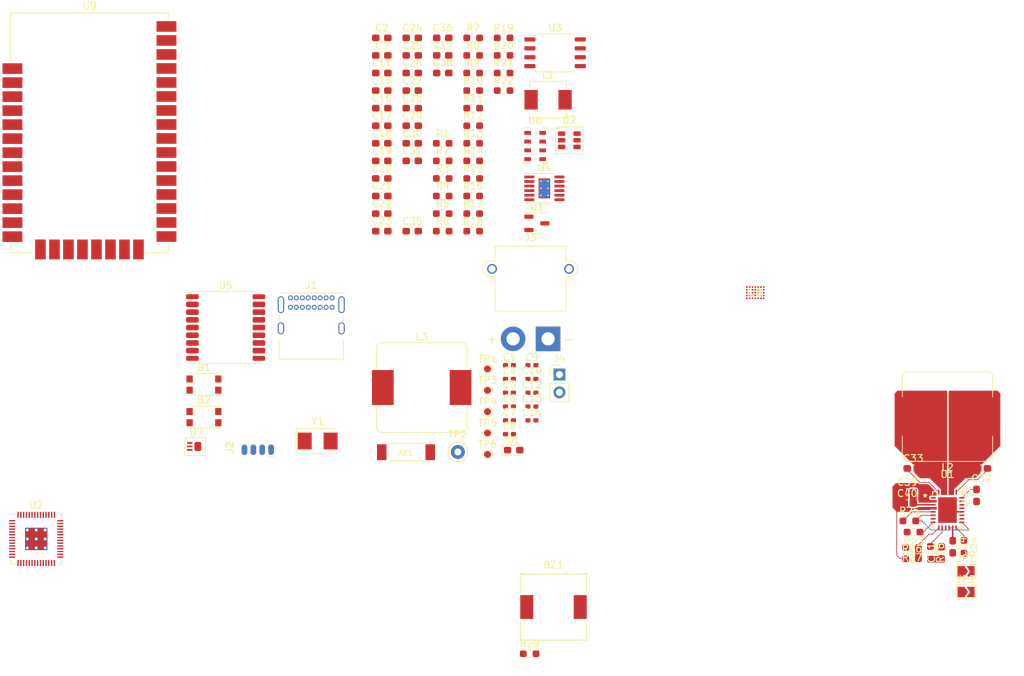
<source format=kicad_pcb>
(kicad_pcb (version 20221018) (generator pcbnew)
  (layers (0 "F.Cu" signal) (1 "In1.Cu" signal) (2 "In2.Cu" signal) (31 "B.Cu" signal) (34 "B.Paste" user) (35 "F.Paste" user) (36 "B.SilkS" user "B.Silkscreen") (37 "F.SilkS" user "F.Silkscreen") (38 "B.Mask" user) (39 "F.Mask" user) (44 "Edge.Cuts" user))
  (net 0 "")
  (net 1 "Net-(AE1-A)")
  (net 2 "GND")
  (net 3 "Net-(U2-RUN)")
  (net 4 "Net-(B2-Pad2)")
  (net 5 "+1V1")
  (net 6 "Net-(U2-XIN)")
  (net 7 "Net-(C3-Pad2)")
  (net 8 "+3V3")
  (net 9 "+BATT")
  (net 10 "+VDC")
  (net 11 "Net-(U8-BST1)")
  (net 12 "Net-(C22-Pad2)")
  (net 13 "Net-(C23-Pad1)")
  (net 14 "Net-(U8-BST2)")
  (net 15 "Net-(C24-Pad1)")
  (net 16 "Net-(U8-FB)")
  (net 17 "Net-(U8-SCL)")
  (net 18 "VBUS")
  (net 19 "Net-(U1-BST1)")
  (net 20 "Net-(C32-Pad2)")
  (net 21 "Net-(U1-BST2)")
  (net 22 "Net-(C33-Pad2)")
  (net 23 "Net-(U1-MPCC)")
  (net 24 "Net-(U1-BST3)")
  (net 25 "Net-(J4-Pin_1)")
  (net 26 "Net-(C41-Pad1)")
  (net 27 "Net-(D1-K)")
  (net 28 "Net-(D1-A)")
  (net 29 "/USB_D+")
  (net 30 "/USB_D-")
  (net 31 "Net-(D2-L2-Pad4)")
  (net 32 "Net-(D2-L1-Pad6)")
  (net 33 "Net-(J1-CC1)")
  (net 35 "Net-(J1-CC2)")
  (net 37 "Net-(J2-Pin_2)")
  (net 38 "Net-(J2-Pin_3)")
  (net 43 "Net-(JP1-B)")
  (net 44 "/D1")
  (net 45 "Net-(U2-XOUT)")
  (net 46 "Net-(U4-ADJ)")
  (net 47 "Net-(U2-USB_DP)")
  (net 48 "Net-(U2-USB_DM)")
  (net 49 "/QSPI_SS")
  (net 50 "Net-(U7-IN+)")
  (net 51 "/SCL")
  (net 52 "/SDA")
  (net 53 "/LVC")
  (net 54 "Net-(U8-SEL)")
  (net 55 "/GPS_RX")
  (net 56 "Net-(U5-RXD)")
  (net 57 "/GPS_TX")
  (net 58 "Net-(U5-TXD)")
  (net 59 "Net-(U1-PROG)")
  (net 60 "Net-(U1-RT)")
  (net 61 "Net-(U1-ISN)")
  (net 62 "Net-(U1-FB)")
  (net 63 "Net-(U1-VC)")
  (net 77 "/SPI0_MISO")
  (net 78 "/SD_CS")
  (net 79 "/SPI0_SCK")
  (net 80 "/SPI0_MOSI")
  (net 91 "/QSPI_SD3")
  (net 92 "/QSPI_SCLK")
  (net 93 "/QSPI_SD0")
  (net 94 "/QSPI_SD2")
  (net 95 "/QSPI_SD1")
  (net 111 "/XBEE_TX")
  (net 112 "/XBEE_RX")
  (net 118 "/XBEE_DTR")
  (net 134 "/XBEE_RTS")
  (net 142 "Net-(BZ1--)")
  (net 143 "Net-(U2-GPIO10)")
  (footprint "Capacitor_SMD:C_0603_1608Metric_Pad1.08x0.95mm_HandSolder" (layer "F.Cu") (at 88.855 26.43)
    (fp_text reference "C38")
    (fp_text value "22nF")
  )
  (footprint "Terminator_Lib:L_Bourns_SRP1265A" (layer "F.Cu") (at 85.855 71.35)
    (fp_text reference "L3")
    (fp_text value "3.3uH")
  )
  (footprint "Connector_AMASS:AMASS_XT30PW-M_1x02_P2.50mm_Horizontal" (layer "F.Cu") (at 103.905 64.4)
    (fp_text reference "J3")
    (fp_text value "XT30")
  )
  (footprint "Capacitor_SMD:C_0402_1005Metric_Pad0.74x0.62mm_HandSolder" (layer "F.Cu") (at 98.385 78.01)
    (fp_text reference "C8")
    (fp_text value "100nF")
  )
  (footprint "Capacitor_SMD:C_0603_1608Metric_Pad1.08x0.95mm_HandSolder" (layer "F.Cu") (at 84.505 26.43)
    (fp_text reference "C26")
    (fp_text value "470nF")
  )
  (footprint "Capacitor_SMD:C_0603_1608Metric_Pad1.08x0.95mm_HandSolder" (layer "F.Cu") (at 165.8 82.9 180)
    (fp_text reference "C32")
    (fp_text value "220nF")
  )
  (footprint "Resistor_SMD:R_0603_1608Metric_Pad0.98x0.95mm_HandSolder" (layer "F.Cu") (at 163.3 94.1 -90)
    (fp_text reference "R24")
    (fp_text value "75k")
  )
  (footprint "Resistor_SMD:R_0603_1608Metric_Pad0.98x0.95mm_HandSolder" (layer "F.Cu") (at 93.205 31.45)
    (fp_text reference "R11")
    (fp_text value "10k")
  )
  (footprint "Resistor_SMD:R_0603_1608Metric_Pad0.98x0.95mm_HandSolder" (layer "F.Cu") (at 93.205 41.49)
    (fp_text reference "R15")
    (fp_text value "5.1k")
  )
  (footprint "Resistor_SMD:R_0603_1608Metric_Pad0.98x0.95mm_HandSolder" (layer "F.Cu") (at 93.205 46.51)
    (fp_text reference "R17")
    (fp_text value "16.9k")
  )
  (footprint "Terminator_Lib:LQFN28_Rev0_ADI-M" (layer "F.Cu") (at 160.95 88.85)
    (fp_text reference "U1")
    (fp_text value "LT3120JV-PBF")
  )
  (footprint "Resistor_SMD:R_0603_1608Metric_Pad0.98x0.95mm_HandSolder" (layer "F.Cu") (at 155.8875 94.2 180)
    (fp_text reference "R27")
    (fp_text value "154k")
  )
  (footprint "Resistor_SMD:R_0603_1608Metric_Pad0.98x0.95mm_HandSolder" (layer "F.Cu") (at 97.555 28.94)
    (fp_text reference "R22")
    (fp_text value "33")
  )
  (footprint "Capacitor_SMD:C_0603_1608Metric_Pad1.08x0.95mm_HandSolder" (layer "F.Cu") (at 80.155 28.94)
    (fp_text reference "C15")
    (fp_text value "10uF")
  )
  (footprint "Resistor_SMD:R_0603_1608Metric_Pad0.98x0.95mm_HandSolder" (layer "F.Cu") (at 93.205 28.94)
    (fp_text reference "R10")
    (fp_text value "154k")
  )
  (footprint "Package_SO:MSOP-12-1EP_3x4mm_P0.65mm_EP1.65x2.85mm_ThermalVias" (layer "F.Cu") (at 103.375 42.9)
    (fp_text reference "U4")
    (fp_text value "LTC4419")
  )
  (footprint "Package_TO_SOT_SMD:SOT-23-3" (layer "F.Cu") (at 102.305 47.9)
    (fp_text reference "Q1")
    (fp_text value "IRLML0060TRPBF")
  )
  (footprint "Resistor_SMD:R_0603_1608Metric_Pad0.98x0.95mm_HandSolder" (layer "F.Cu") (at 101.2723 109.3774)
    (fp_text reference "R29")
    (fp_text value "100")
  )
  (footprint "Resistor_SMD:R_0603_1608Metric_Pad0.98x0.95mm_HandSolder" (layer "F.Cu") (at 155.8875 95.8)
    (fp_text reference "R26")
    (fp_text value "154k")
  )
  (footprint "Capacitor_SMD:C_0603_1608Metric_Pad1.08x0.95mm_HandSolder" (layer "F.Cu") (at 80.155 41.49)
    (fp_text reference "C20")
    (fp_text value "10uF")
  )
  (footprint "Diode_SMD:D_0603_1608Metric_Pad1.05x0.95mm_HandSolder" (layer "F.Cu") (at 99 80.29)
    (fp_text reference "D1")
    (fp_text value "LED")
  )
  (footprint "Capacitor_SMD:C_0603_1608Metric_Pad1.08x0.95mm_HandSolder" (layer "F.Cu") (at 88.855 21.41)
    (fp_text reference "C36")
    (fp_text value "47pF")
  )
  (footprint "Capacitor_SMD:C_0603_1608Metric_Pad1.08x0.95mm_HandSolder" (layer "F.Cu") (at 165.1 86.7625 90)
    (fp_text reference "C42")
    (fp_text value "10uF")
  )
  (footprint "Capacitor_SMD:C_0402_1005Metric_Pad0.74x0.62mm_HandSolder" (layer "F.Cu") (at 101.595 76.04)
    (fp_text reference "C14")
    (fp_text value "100nF")
  )
  (footprint "Capacitor_SMD:C_0603_1608Metric_Pad1.08x0.95mm_HandSolder" (layer "F.Cu") (at 84.505 33.96)
    (fp_text reference "C29")
    (fp_text value "15uF")
  )
  (footprint "Resistor_SMD:R_0603_1608Metric_Pad0.98x0.95mm_HandSolder" (layer "F.Cu") (at 93.205 38.98)
    (fp_text reference "R14")
    (fp_text value "5.1k")
  )
  (footprint "Capacitor_SMD:C_0603_1608Metric_Pad1.08x0.95mm_HandSolder" (layer "F.Cu") (at 84.505 49.02)
    (fp_text reference "C35")
    (fp_text value "100nF")
  )
  (footprint "TestPoint:TestPoint_Pad_D1.0mm" (layer "F.Cu") (at 95.255 77.85)
    (fp_text reference "TP5")
    (fp_text value "TestPoint")
  )
  (footprint "Capacitor_SMD:C_0402_1005Metric_Pad0.74x0.62mm_HandSolder" (layer "F.Cu") (at 101.595 74.07)
    (fp_text reference "C13")
    (fp_text value "100nF")
  )
  (footprint "Capacitor_SMD:C_0603_1608Metric_Pad1.08x0.95mm_HandSolder" (layer "F.Cu") (at 88.855 23.92)
    (fp_text reference "C37")
    (fp_text value "8.2pF")
  )
  (footprint "Resistor_SMD:R_0603_1608Metric_Pad0.98x0.95mm_HandSolder" (layer "F.Cu") (at 88.855 44)
    (fp_text reference "R4")
    (fp_text value "715k")
  )
  (footprint "RF_Module:Digi_XBee_SMT" (layer "F.Cu") (at 38.4 35.7)
    (fp_text reference "U9")
    (fp_text value "XBee_SMT")
  )
  (footprint "Resistor_SMD:R_0603_1608Metric_Pad0.98x0.95mm_HandSolder" (layer "F.Cu") (at 88.855 49.02)
    (fp_text reference "R6")
    (fp_text value "27")
  )
  (footprint "Capacitor_SMD:C_0402_1005Metric_Pad0.74x0.62mm_HandSolder" (layer "F.Cu") (at 98.385 76.04)
    (fp_text reference "C7")
    (fp_text value "100nF")
  )
  (footprint "Inductor_SMD:L_Vishay_IHLP-2020" (layer "F.Cu") (at 103.905 30.25)
    (fp_text reference "L1")
    (fp_text value "1.5uH")
  )
  (footprint "TestPoint:TestPoint_Keystone_5000-5004_Miniature" (layer "F.Cu") (at 91.015 80.55)
    (fp_text reference "TP2")
    (fp_text value "TestPoint")
  )
  (footprint "Jumper:SolderJumper-2_P1.3mm_Open_TrianglePad1.0x1.5mm" (layer "F.Cu") (at 163.6 100.55)
    (fp_text reference "JP2")
    (fp_text value "SolderJumper_2_Open")
  )
  (footprint "Capacitor_SMD:C_0402_1005Metric_Pad0.74x0.62mm_HandSolder" (layer "F.Cu") (at 98.385 72.1)
    (fp_text reference "C5")
    (fp_text value "1uF")
  )
  (footprint "Button_Switch_SMD:SW_Push_1P1T_NO_CK_KMR2" (layer "F.Cu") (at 54.755 75.58)
    (fp_text reference "B2")
    (fp_text value "KMR2")
  )
  (footprint "Capacitor_SMD:C_0402_1005Metric_Pad0.74x0.62mm_HandSolder" (layer "F.Cu") (at 101.595 68.16)
    (fp_text reference "C9")
    (fp_text value "100nF")
  )
  (footprint "Capacitor_SMD:C_0603_1608Metric_Pad1.08x0.95mm_HandSolder" (layer "F.Cu") (at 80.155 38.98)
    (fp_text reference "C19")
    (fp_text value "10uF")
  )
  (footprint "Terminator_Lib:SOIC_clipProgSmall" (layer "F.Cu") (at 62.44 80.985)
    (fp_text reference "J2")
    (fp_text value "SOICbite")
  )
  (footprint "Terminator_Lib:MAX77857-35WLP" (layer "F.Cu") (at 133.5 57.8)
    (fp_text reference "U8")
    (fp_text value "MAX77857")
  )
  (footprint "Capacitor_SMD:C_0402_1005Metric_Pad0.74x0.62mm_HandSolder" (layer "F.Cu") (at 101.595 70.13)
    (fp_text reference "C10")
    (fp_text value "100nF")
  )
  (footprint "Resistor_SMD:R_0603_1608Metric_Pad0.98x0.95mm_HandSolder" (layer "F.Cu") (at 93.205 23.92)
    (fp_text reference "R8")
    (fp_text value "1k")
  )
  (footprint "Capacitor_SMD:C_0603_1608Metric_Pad1.08x0.95mm_HandSolder" (layer "F.Cu") (at 80.155 44)
    (fp_text reference "C21")
    (fp_text value "100nF")
  )
  (footprint "Resistor_SMD:R_0603_1608Metric_Pad0.98x0.95mm_HandSolder" (layer "F.Cu") (at 97.555 23.92)
    (fp_text reference "R20")
    (fp_text value "100m")
  )
  (footprint "Resistor_SMD:R_0603_1608Metric_Pad0.98x0.95mm_HandSolder" (layer "F.Cu") (at 88.855 46.51)
    (fp_text reference "R5")
    (fp_text value "27")
  )
  (footprint "Capacitor_SMD:C_0603_1608Metric_Pad1.08x0.95mm_HandSolder" (layer "F.Cu") (at 80.155 21.41)
    (fp_text reference "C2")
    (fp_text value "22pF")
  )
  (footprint "Capacitor_SMD:C_0603_1608Metric_Pad1.08x0.95mm_HandSolder" (layer "F.Cu") (at 84.505 36.47)
    (fp_text reference "C30")
    (fp_text value "10uF")
  )
  (footprint "Capacitor_SMD:C_0603_1608Metric_Pad1.08x0.95mm_HandSolder" (layer "F.Cu") (at 84.505 28.94)
    (fp_text reference "C27")
    (fp_text value "10uF")
  )
  (footprint "Package_SO:SOIC-8_5.23x5.23mm_P1.27mm" (layer "F.Cu") (at 104.905 23.54)
    (fp_text reference "U3")
    (fp_text value "W25Q128JVS")
  )
  (footprint "Capacitor_SMD:C_0603_1608Metric_Pad1.08x0.95mm_HandSolder" (layer "F.Cu") (at 161.7 94.1 -90)
    (fp_text reference "C34")
    (fp_text value "4.7uF")
  )
  (footprint "Terminator_Lib:RP2040-QFN-56" (layer "F.Cu") (at 30.8 92.975)
    (fp_text reference "U2")
    (fp_text value "RP2040")
  )
  (footprint "Capacitor_SMD:C_0603_1608Metric_Pad1.08x0.95mm_HandSolder" (layer "F.Cu") (at 80.155 49.02)
    (fp_text reference "C23")
    (fp_text value "220nF")
  )
  (footprint "Package_LGA:LGA-8_3x5mm_P1.25mm" (layer "F.Cu") (at 102.055 36.85)
    (fp_text reference "U6")
    (fp_text value "MS5607-02BA")
  )
  (footprint "Resistor_SMD:R_0603_1608Metric_Pad0.98x0.95mm_HandSolder" (layer "F.Cu") (at 93.205 36.47)
    (fp_text reference "R13")
    (fp_text value "10k")
  )
  (footprint "Capacitor_SMD:C_0603_1608Metric_Pad1.08x0.95mm_HandSolder" (layer "F.Cu") (at 80.155 31.45)
    (fp_text reference "C16")
    (fp_text value "100nF")
  )
  (footprint "Capacitor_SMD:C_0603_1608Metric_Pad1.08x0.95mm_HandSolder" (layer "F.Cu") (at 84.505 21.41)
    (fp_text reference "C24")
    (fp_text value "10pF")
  )
  (footprint "Connector_PinHeader_2.54mm:PinHeader_1x02_P2.54mm_Vertical" (layer "F.Cu") (at 105.525 69.5)
    (fp_text reference "J4")
    (fp_text value "Nichrome")
  )
  (footprint "Resistor_SMD:R_0603_1608Metric_Pad0.98x0.95mm_HandSolder" (layer "F.Cu") (at 93.205 49.02)
    (fp_text reference "R18")
    (fp_text value "178k")
  )
  (footprint "Capacitor_SMD:C_0603_1608Metric_Pad1.08x0.95mm_HandSolder" (layer "F.Cu") (at 155.2 87.9)
    (fp_text reference "C40")
    (fp_text value "22uF")
  )
  (footprint "Resistor_SMD:R_0603_1608Metric_Pad0.98x0.95mm_HandSolder" (layer "F.Cu") (at 97.555 26.43)
    (fp_text reference "R21")
    (fp_text value "33")
  )
  (footprint "Capacitor_SMD:C_0603_1608Metric_Pad1.08x0.95mm_HandSolder" (layer "F.Cu") (at 80.155 36.47)
    (fp_text reference "C18")
    (fp_text value "10uF")
  )
  (footprint "Button_Switch_SMD:SW_Push_1P1T_NO_CK_KMR2" (layer "F.Cu") (at 54.755 70.93)
    (fp_text reference "B1")
    (fp_text value "KMR2")
  )
  (footprint "Capacitor_SMD:C_0603_1608Metric_Pad1.08x0.95mm_HandSolder" (layer "F.Cu") (at 155.2 86.3)
    (fp_text reference "C39")
    (fp_text value "22uF")
  )
  (footprint "Capacitor_SMD:C_0603_1608Metric_Pad1.08x0.95mm_HandSolder" (layer "F.Cu") (at 84.505 31.45)
    (fp_text reference "C28")
    (fp_text value "10uF")
  )
  (footprint "Capacitor_SMD:C_0603_1608Metric_Pad1.08x0.95mm_HandSolder" (layer "F.Cu") (at 160.1 94.9625 90)
    (fp_text reference "C41")
    (fp_text value "680p")
  )
  (footprint "Capacitor_SMD:C_0603_1608Metric_Pad1.08x0.95mm_HandSolder" (layer "F.Cu") (at 80.155 23.92)
    (fp_text reference "C3")
    (fp_text value "22pF")
  )
  (footprint "Capacitor_SMD:C_0402_1005Metric_Pad0.74x0.62mm_HandSolder" (layer "F.Cu") (at 98.385 68.16)
    (fp_text reference "C1")
    (fp_text value "100nF")
  )
  (footprint "Resistor_SMD:R_0603_1608Metric_Pad0.98x0.95mm_HandSolder" (layer "F.Cu") (at 88.855 41.49)
    (fp_text reference "R3")
    (fp_text value "1M")
  )
  (footprint "Resistor_SMD:R_0603_1608Metric_Pad0.98x0.95mm_HandSolder" (layer "F.Cu") (at 93.205 21.41)
    (fp_text reference "R7")
    (fp_text value "590")
  )
  (footprint "Resistor_SMD:R_0603_1608Metric_Pad0.98x0.95mm_HandSolder" (layer "F.Cu") (at 93.205 26.43)
    (fp_text reference "R9")
    (fp_text value "1.05M")
  )
  (footprint "Capacitor_SMD:C_0603_1608Metric_Pad1.08x0.95mm_HandSolder" (layer "F.Cu") (at 156.0625 82.9)
    (fp_text reference "C33")
    (fp_text value "220nF")
  )
  (footprint "Jumper:SolderJumper-2_P1.3mm_Open_TrianglePad1.0x1.5mm" (layer "F.Cu") (at 163.6 97.6)
    (fp_text reference "JP1")
    (fp_text value "SolderJumper_2_Open")
  )
  (footprint "PCM_Package_DFN_QFN_AKL:DFN-3-1EP-2x2mm_P0.5mm_EP1x1.35mm" (layer "F.Cu") (at 53.69 79.765)
    (fp_text reference "U7")
    (fp_text value "LT6703CDC-3" hide)
  )
  (footprint "Capacitor_SMD:C_0603_1608Metric_Pad1.08x0.95mm_HandSolder" (layer "F.Cu") (at 80.155 26.43)
    (fp_text reference "C11")
    (fp_text value "2.2uF")
  )
  (footprint "Terminator_Lib:PKMCS0909E4000-R1_MUR" (layer "F.Cu") (at 104.6773 102.7)
    (fp_text reference "BZ1")
    (fp_text value "Buzzer")
  )
  (footprint "Resistor_SMD:R_0603_1608Metric_Pad0.98x0.95mm_HandSolder" (layer "F.Cu") (at 155.5 90.4)
    (fp_text reference "R25")
    (fp_text value "5m")
  )
  (footprint "TestPoint:TestPoint_Pad_D1.0mm" (layer "F.Cu") (at 95.255 80.9)
    (fp_text reference "TP6")
    (fp_text value "TestPoint")
  )
  (footprint "Resistor_SMD:R_0603_1608Metric_Pad0.98x0.95mm_HandSolder" (layer "F.Cu") (at 156.1 92 180)
    (fp_text reference "R23")
    (fp_text value "81.1k")
  )
  (footprint "TestPoint:TestPoint_Pad_D1.0mm" (layer "F.Cu") (at 95.255 71.75)
    (fp_text reference "TP3")
    (fp_text value "TestPoint")
  )
  (footprint "Connector_USB:USB_C_Receptacle_GCT_USB4085" (layer "F.Cu") (at 67.105 58.54)
    (fp_text reference "J1")
    (fp_text value "USB_C_Receptacle_USB2.0")
  )
  (footprint "Terminator_Lib:L_Bourns_SRP1265A" (layer "F.Cu") (at 160.95 75.5 180)
    (fp_text reference "L2")
    (fp_text value "3.3uH")
  )
  (footprint "Capacitor_SMD:C_0603_1608Metric_Pad1.08x0.95mm_HandSolder" (layer "F.Cu") (at 84.505 23.92)
    (fp_text reference "C25")
    (fp_text value "2.2uF")
  )
  (footprint "Resistor_SMD:R_0603_1608Metric_Pad0.98x0.95mm_HandSolder" (layer "F.Cu") (at 158.5 94.9625 -90)
    (fp_text reference "R28")
    (fp_text value "56.2k")
  )
  (footprint "Capacitor_SMD:C_0402_1005Metric_Pad0.74x0.62mm_HandSolder" (layer "F.Cu") (at 98.385 74.07)
    (fp_text reference "C6")
    (fp_text value "1uF")
  )
  (footprint "Resistor_SMD:R_0603_1608Metric_Pad0.98x0.95mm_HandSolder" (layer "F.Cu") (at 97.555 21.41)
    (fp_text reference "R19")
    (fp_text value "20k")
  )
  (footprint "Resistor_SMD:R_0603_1608Metric_Pad0.98x0.95mm_HandSolder" (layer "F.Cu") (at 93.205 44)
    (fp_text reference "R16")
    (fp_text value "510k")
  )
  (footprint "Capacitor_SMD:C_0603_1608Metric_Pad1.08x0.95mm_HandSolder" (layer "F.Cu") (at 80.155 46.51)
    (fp_text reference "C22")
    (fp_text value "220nF")
  )
  (footprint "Resistor_SMD:R_0603_1608Metric_Pad0.98x0.95mm_HandSolder" (layer "F.Cu") (at 88.855 36.47)
    (fp_text reference "R1")
    (fp_text value "DNP")
  )
  (footprint "RF_GPS:ublox_MAX" (layer "F.Cu") (at 57.855 62.78)
    (fp_text reference "U5")
    (fp_text value "MAX-M10S")
  )
  (footprint "Capacitor_SMD:C_0402_1005Metric_Pad0.74x0.62mm_HandSolder" (layer "F.Cu") (at 101.595 72.1)
    (fp_text reference "C12")
    (fp_text value "100nF")
  )
  (footprint "Terminator_Lib:ANT_1575AT_JOT-M" (layer "F.Cu") (at 83.613499 80.5891)
    (fp_text reference "AE1")
    (fp_text value "Antenna")
  )
  (footprint "Crystal:Crystal_SMD_5032-2Pin_5.0x3.2mm" (layer "F.Cu") (at 70.995 78.99)
    (fp_text reference "Y1")
    (fp_text value "445I23D12M00000")
  )
  (footprint "Capacitor_SMD:C_0402_1005Metric_Pad0.74x0.62mm_HandSolder" (layer "F.Cu") (at 98.385 70.13)
    (fp_text reference "C4")
    (fp_text value "100nF")
  )
  (footprint "Capacitor_SMD:C_0603_1608Metric_Pad1.08x0.95mm_HandSolder" (layer "F.Cu") (at 80.155 33.96)
    (fp_text reference "C17")
    (fp_text value "1uF")
  )
  (footprint "Capacitor_SMD:C_0603_1608Metric_Pad1.08x0.95mm_HandSolder" (layer "F.Cu") (at 84.505 38.98)
    (fp_text reference "C31")
    (fp_text value "2.2uF")
  )
  (footprint "PCM_Package_TO_SOT_SMD_AKL:SOT-23-6" (layer "F.Cu") (at 106.94 36.035)
    (fp_text reference "D2")
    (fp_text value "USBLC6-2SC6" hide)
  )
  (footprint "Resistor_SMD:R_0603_1608Metric_Pad0.98x0.95mm_HandSolder" (layer "F.Cu") (at 93.205 33.96)
    (fp_text reference "R12")
    (fp_text value "10k")
  )
  (footprint "Resistor_SMD:R_0603_1608Metric_Pad0.98x0.95mm_HandSolder" (layer "F.Cu") (at 88.855 38.98)
    (fp_text reference "R2")
    (fp_text value "10k")
  )
  (footprint "TestPoint:TestPoint_Pad_D1.0mm" (layer "F.Cu") (at 95.255 68.7)
    (fp_text reference "TP1")
    (fp_text value "TestPoint")
  )
  (footprint "TestPoint:TestPoint_Pad_D1.0mm" (layer "F.Cu") (at 95.255 74.8)
    (fp_text reference "TP4")
    (fp_text value "TestPoint")
  )
  (segment (start 162.999998 89.1) (end 161.2 89.1) (width 0.2) (layer "F.Cu") (net 2))
  (segment (start 158.900002 88.099999) (end 156.262499 88.099999) (width 0.2) (layer "F.Cu") (net 2))
  (segment (start 162.999998 87.100001) (end 164.199999 85.9) (width 0.1) (layer "F.Cu") (net 2))
  (segment (start 156.262499 88.099999) (end 156.0625 87.9) (width 0.2) (layer "F.Cu") (net 2))
  (segment (start 164.199999 85.9) (end 165.1 85.9) (width 0.1) (layer "F.Cu") (net 2))
  (segment (start 156.0625 87.9) (end 156.0625 86.3) (width 1) (layer "F.Cu") (net 2))
  (segment (start 161.2 89.1) (end 160.95 88.85) (width 0.1) (layer "F.Cu") (net 2))
  (segment (start 158.900002 89.1) (end 155.8875 89.1) (width 0.1) (layer "F.Cu") (net 9))
  (segment (start 155.8875 89.1) (end 154.5875 90.4) (width 0.1) (layer "F.Cu") (net 9))
  (segment (start 165.3 84.5) (end 164 84.5) (width 0.1) (layer "F.Cu") (net 19))
  (segment (start 166.6625 82.9) (end 166.6625 83.0625) (width 0.1) (layer "F.Cu") (net 19))
  (segment (start 166.7 83.1) (end 165.3 84.5) (width 0.1) (layer "F.Cu") (net 19))
  (segment (start 166.6625 83.0625) (end 166.7 83.1) (width 0.1) (layer "F.Cu") (net 19))
  (segment (start 164 84.5) (end 162.2 86.3) (width 0.1) (layer "F.Cu") (net 19))
  (segment (start 159.7 86.3) (end 158.3 84.9) (width 0.1) (layer "F.Cu") (net 21))
  (segment (start 157 84.9) (end 155.2 83.1) (width 0.1) (layer "F.Cu") (net 21))
  (segment (start 158.3 84.9) (end 157 84.9) (width 0.1) (layer "F.Cu") (net 21))
  (segment (start 155.2 83.1) (end 155.2 82.9) (width 0.1) (layer "F.Cu") (net 21))
  (segment (start 161.700001 93.237499) (end 161.7 93.2375) (width 0.1) (layer "F.Cu") (net 23))
  (segment (start 161.2 91.4) (end 161.700001 91.4) (width 0.1) (layer "F.Cu") (net 23))
  (segment (start 161.700001 91.4) (end 161.700001 93.237499) (width 0.2) (layer "F.Cu") (net 23))
  (segment (start 154.2 95.8) (end 153.7 95.3) (width 0.1) (layer "F.Cu") (net 25))
  (segment (start 154.975 95.8) (end 154.2 95.8) (width 0.1) (layer "F.Cu") (net 25))
  (segment (start 153.7 95.3) (end 153.7 88.5375) (width 0.1) (layer "F.Cu") (net 25))
  (segment (start 153.7 88.5375) (end 154.3375 87.9) (width 0.1) (layer "F.Cu") (net 25))
  (segment (start 158.5 95.875) (end 160.05 95.875) (width 0.9) (layer "F.Cu") (net 26))
  (segment (start 160.05 95.875) (end 160.1 95.825) (width 0.5) (layer "F.Cu") (net 26))
  (segment (start 157.0125 92) (end 157.500001 92) (width 0.1) (layer "F.Cu") (net 59))
  (segment (start 157.500001 92) (end 158.900002 90.599999) (width 0.1) (layer "F.Cu") (net 59))
  (segment (start 163.3 92.5) (end 163.3 93.1875) (width 0.1) (layer "F.Cu") (net 60))
  (segment (start 162.2 91.4) (end 163.3 92.5) (width 0.1) (layer "F.Cu") (net 60))
  (segment (start 162.999998 90.599999) (end 163.9 91.500001) (width 0.1) (layer "F.Cu") (net 61))
  (segment (start 157.3 90.4) (end 156.4125 90.4) (width 0.1) (layer "F.Cu") (net 61))
  (segment (start 157.212499 89.600001) (end 156.4125 90.4) (width 0.1) (layer "F.Cu") (net 61))
  (segment (start 163.9 91.500001) (end 163.9 91.7) (width 0.1) (layer "F.Cu") (net 61))
  (segment (start 158.900002 89.600001) (end 157.212499 89.600001) (width 0.1) (layer "F.Cu") (net 61))
  (segment (start 157.5 90.6) (end 157.3 90.4) (width 0.1) (layer "F.Cu") (net 61))
  (via (at 163.9 91.7) (size 0.3) (drill 0.2) (layers "F.Cu" "B.Cu") (net 61))
  (via (at 157.5 90.6) (size 0.3) (drill 0.2) (layers "F.Cu" "B.Cu") (net 61))
  (segment (start 157.5 90.6) (end 158.6 91.7) (width 0.1) (layer "B.Cu") (net 61))
  (segment (start 158.6 91.7) (end 163.9 91.7) (width 0.1) (layer "B.Cu") (net 61))
  (segment (start 156.8 93.8) (end 158.3 92.3) (width 0.1) (layer "F.Cu") (net 62))
  (segment (start 156.8 94.2) (end 156.8 95.8) (width 0.9) (layer "F.Cu") (net 62))
  (segment (start 158.3 92.3) (end 158.8 92.3) (width 0.1) (layer "F.Cu") (net 62))
  (segment (start 156.8 94.2) (end 156.8 93.8) (width 0.1) (layer "F.Cu") (net 62))
  (segment (start 158.8 92.3) (end 159.7 91.4) (width 0.1) (layer "F.Cu") (net 62))
  (segment (start 160.199999 92.000001) (end 160.199999 91.4) (width 0.1) (layer "F.Cu") (net 63))
  (segment (start 158.5 94.05) (end 158.5 93.7) (width 0.1) (layer "F.Cu") (net 63))
  (segment (start 158.5 93.7) (end 160.199999 92.000001) (width 0.1) (layer "F.Cu") (net 63))
  (zone (net 25) (net_name "Net-(J4-Pin_1)") (layer "F.Cu") (name "Cutdown_Pout") (connect_pads yes (clearance 0.2)) (min_thickness 0.09) (fill yes (thermal_gap 0.5) (thermal_bridge_width 0.5))
    (polygon (pts (xy 159.4 89.1) (xy 153.7 89.1) (xy 153.1 88.5) (xy 153.1 85.5) (xy 153.6 85) (xy 158.7 85) (xy 159.4 85.7)))
  )
  (zone (net 20) (net_name "Net-(C32-Pad2)") (layer "F.Cu") (priority 1) (connect_pads yes (clearance 0.2)) (min_thickness 0.09) (fill yes (thermal_gap 0.5) (thermal_bridge_width 0.5))
    (polygon (pts (xy 161 86.7) (xy 161 71.8) (xy 161 71.8) (xy 168.1 71.8) (xy 168.5 72.2) (xy 168.5 79.7) (xy 165.8 82.4) (xy 165.8 83.4) (xy 164.9 84.3) (xy 163.5 84.3) (xy 162 85.8) (xy 162 86.7)))
  )
  (zone (net 22) (net_name "Net-(C33-Pad2)") (layer "F.Cu") (priority 1) (connect_pads yes (clearance 0.2)) (min_thickness 0.09) (fill yes (thermal_gap 0.5) (thermal_bridge_width 0.5))
    (polygon (pts (xy 160.9 86.7) (xy 160.9 71.8) (xy 160.9 71.8) (xy 153.8 71.8) (xy 153.4 72.2) (xy 153.4 79.7) (xy 156.1 82.4) (xy 156.1 83.4) (xy 157 84.3) (xy 158.4 84.3) (xy 159.9 85.8) (xy 159.9 86.7)))
  )
)
</source>
